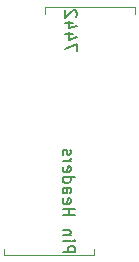
<source format=gbr>
G04 #@! TF.GenerationSoftware,KiCad,Pcbnew,(5.1.4)-1*
G04 #@! TF.CreationDate,2022-01-16T21:26:46-05:00*
G04 #@! TF.ProjectId,9301_to_74ls42,39333031-5f74-46f5-9f37-346c7334322e,rev?*
G04 #@! TF.SameCoordinates,Original*
G04 #@! TF.FileFunction,Legend,Bot*
G04 #@! TF.FilePolarity,Positive*
%FSLAX46Y46*%
G04 Gerber Fmt 4.6, Leading zero omitted, Abs format (unit mm)*
G04 Created by KiCad (PCBNEW (5.1.4)-1) date 2022-01-16 21:26:46*
%MOMM*%
%LPD*%
G04 APERTURE LIST*
%ADD10C,0.150000*%
%ADD11C,0.120000*%
G04 APERTURE END LIST*
D10*
X141247619Y-66658333D02*
X142247619Y-66658333D01*
X142247619Y-66277380D01*
X142200000Y-66182142D01*
X142152380Y-66134523D01*
X142057142Y-66086904D01*
X141914285Y-66086904D01*
X141819047Y-66134523D01*
X141771428Y-66182142D01*
X141723809Y-66277380D01*
X141723809Y-66658333D01*
X141247619Y-65658333D02*
X141914285Y-65658333D01*
X142247619Y-65658333D02*
X142200000Y-65705952D01*
X142152380Y-65658333D01*
X142200000Y-65610714D01*
X142247619Y-65658333D01*
X142152380Y-65658333D01*
X141914285Y-65182142D02*
X141247619Y-65182142D01*
X141819047Y-65182142D02*
X141866666Y-65134523D01*
X141914285Y-65039285D01*
X141914285Y-64896428D01*
X141866666Y-64801190D01*
X141771428Y-64753571D01*
X141247619Y-64753571D01*
X141247619Y-63515476D02*
X142247619Y-63515476D01*
X141771428Y-63515476D02*
X141771428Y-62944047D01*
X141247619Y-62944047D02*
X142247619Y-62944047D01*
X141295238Y-62086904D02*
X141247619Y-62182142D01*
X141247619Y-62372619D01*
X141295238Y-62467857D01*
X141390476Y-62515476D01*
X141771428Y-62515476D01*
X141866666Y-62467857D01*
X141914285Y-62372619D01*
X141914285Y-62182142D01*
X141866666Y-62086904D01*
X141771428Y-62039285D01*
X141676190Y-62039285D01*
X141580952Y-62515476D01*
X141247619Y-61182142D02*
X141771428Y-61182142D01*
X141866666Y-61229761D01*
X141914285Y-61325000D01*
X141914285Y-61515476D01*
X141866666Y-61610714D01*
X141295238Y-61182142D02*
X141247619Y-61277380D01*
X141247619Y-61515476D01*
X141295238Y-61610714D01*
X141390476Y-61658333D01*
X141485714Y-61658333D01*
X141580952Y-61610714D01*
X141628571Y-61515476D01*
X141628571Y-61277380D01*
X141676190Y-61182142D01*
X141247619Y-60277380D02*
X142247619Y-60277380D01*
X141295238Y-60277380D02*
X141247619Y-60372619D01*
X141247619Y-60563095D01*
X141295238Y-60658333D01*
X141342857Y-60705952D01*
X141438095Y-60753571D01*
X141723809Y-60753571D01*
X141819047Y-60705952D01*
X141866666Y-60658333D01*
X141914285Y-60563095D01*
X141914285Y-60372619D01*
X141866666Y-60277380D01*
X141295238Y-59420238D02*
X141247619Y-59515476D01*
X141247619Y-59705952D01*
X141295238Y-59801190D01*
X141390476Y-59848809D01*
X141771428Y-59848809D01*
X141866666Y-59801190D01*
X141914285Y-59705952D01*
X141914285Y-59515476D01*
X141866666Y-59420238D01*
X141771428Y-59372619D01*
X141676190Y-59372619D01*
X141580952Y-59848809D01*
X141247619Y-58944047D02*
X141914285Y-58944047D01*
X141723809Y-58944047D02*
X141819047Y-58896428D01*
X141866666Y-58848809D01*
X141914285Y-58753571D01*
X141914285Y-58658333D01*
X141295238Y-58372619D02*
X141247619Y-58277380D01*
X141247619Y-58086904D01*
X141295238Y-57991666D01*
X141390476Y-57944047D01*
X141438095Y-57944047D01*
X141533333Y-57991666D01*
X141580952Y-58086904D01*
X141580952Y-58229761D01*
X141628571Y-58325000D01*
X141723809Y-58372619D01*
X141771428Y-58372619D01*
X141866666Y-58325000D01*
X141914285Y-58229761D01*
X141914285Y-58086904D01*
X141866666Y-57991666D01*
X142447619Y-49636904D02*
X142447619Y-48970238D01*
X141447619Y-49398809D01*
X142114285Y-48160714D02*
X141447619Y-48160714D01*
X142495238Y-48398809D02*
X141780952Y-48636904D01*
X141780952Y-48017857D01*
X142114285Y-47208333D02*
X141447619Y-47208333D01*
X142495238Y-47446428D02*
X141780952Y-47684523D01*
X141780952Y-47065476D01*
X142352380Y-46732142D02*
X142400000Y-46684523D01*
X142447619Y-46589285D01*
X142447619Y-46351190D01*
X142400000Y-46255952D01*
X142352380Y-46208333D01*
X142257142Y-46160714D01*
X142161904Y-46160714D01*
X142019047Y-46208333D01*
X141447619Y-46779761D01*
X141447619Y-46160714D01*
D11*
X147375000Y-45875000D02*
X147375000Y-46425000D01*
X139775000Y-45875000D02*
X147375000Y-45875000D01*
X139775000Y-46450000D02*
X139775000Y-45875000D01*
X143900000Y-66875000D02*
X143900000Y-66350000D01*
X136275000Y-66875000D02*
X143900000Y-66875000D01*
X136275000Y-66325000D02*
X136275000Y-66875000D01*
M02*

</source>
